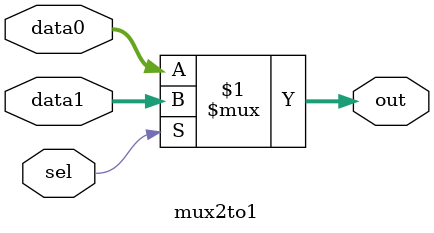
<source format=sv>
`timescale 1ns / 1ps

module riscv_core(
    input  wire clk,
    input  wire reset,
    output logic halt
);
    // Program Counter (PC)
    wire [31:0] addr;
    wire [31:0] pc_next;
    pc pc(
        .clk(clk), 
        .reset(reset), 
        .pc(addr), 
        .pc_next(pc_next)
    );

    // Instruction Memory
    wire [31:0] instr;
    instruct_mem instruct(
        .addr(addr), 
        .instr(instr)
    );

    // Control Unit
    wire branch, mem_read, mem_to_reg, mem_write, alu_src, reg_write;
    wire [1:0] alu_op;
    control_unit control(
        .opcode(instr[6:0]), 
        .branch(branch),
        .mem_read(mem_read),
        .mem_to_reg(mem_to_reg),
        .alu_op(alu_op),
        .mem_write(mem_write),
        .alu_src(alu_src),
        .reg_write(reg_write)
    );

    // Register File
    wire [31:0] write_data, rd_1, rd_2;
    register_file registers(
        .clk(clk),
        .rs1(instr[19:15]),
        .rs2(instr[24:20]),
        .rd(instr[11:7]),
        .write_data(write_data),
        .reg_write(reg_write),
        .rd1(rd_1),
        .rd2(rd_2)
    );

    // Immediate Generator
    wire [31:0] imm_out;
    imm_gen immgen(
        .instruction(instr),
        .imm_out(imm_out)
    );

    // ALU Control
    wire [3:0] alu_control;
    alu_control_module alu_ctrl(
        .alu_op(alu_op),
        .func({instr[30], instr[14:12]}),
        .alu_control(alu_control)
    );

    // ALU Source Multiplexer
    wire [31:0] mux_alu_output;
    mux2to1 alu_src_mux(
        .data0(rd_2),
        .data1(imm_out),
        .sel(alu_src),
        .out(mux_alu_output)
    );

    // ALU
    wire [31:0] alu_result;
    wire zero;
    alu alu_inst(
        .a(rd_1),
        .b(mux_alu_output),
        .control(alu_control),
        .alu_result(alu_result),
        .zero(zero)
    );

    // Data Memory
    wire [31:0] read_data;
    data_memory data_mem(
        .clk(clk),
        .mem_write(mem_write),
        .mem_read(mem_read),
        .mem_size(2'b10), 
        .address(alu_result),
        .write_data(rd_2),
        .read_data(read_data)
    );

    // Write-Back Multiplexer
    mux2to1 mem_to_reg_mux(
        .data0(alu_result),
        .data1(read_data),
        .sel(mem_to_reg),
        .out(write_data)
    );

    // PC Update Logic
    wire [31:0] pc_plus_4;
    assign pc_plus_4 = addr + 4;

    wire [31:0] branch_target;
    assign branch_target = addr + (imm_out << 1);

    mux2to1 branch_mux(
        .data0(pc_plus_4),
        .data1(branch_target),
        .sel(branch & zero),
        .out(pc_next)
    );

    assign halt = 1'b0;

endmodule

module mux2to1 (
    input  logic [31:0] data0, 
    input  logic [31:0] data1, 
    input  logic        sel,   
    output logic [31:0] out    
);

    assign out = sel ? data1 : data0;

endmodule
</source>
